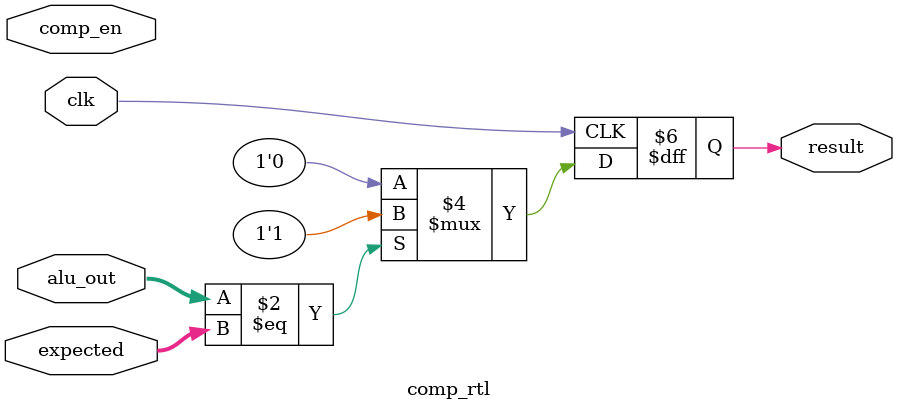
<source format=v>
`timescale 1ns / 1ps
module comp_rtl(
		input wire comp_en,
		input wire [3:0] expected,
		input wire [3:0] alu_out,
		input wire clk,
		output reg result
    );
	 
	always@(posedge clk)
		if(alu_out == expected)
			result = 1'b1;	
		else
			result = 1'b0;
	
endmodule

</source>
